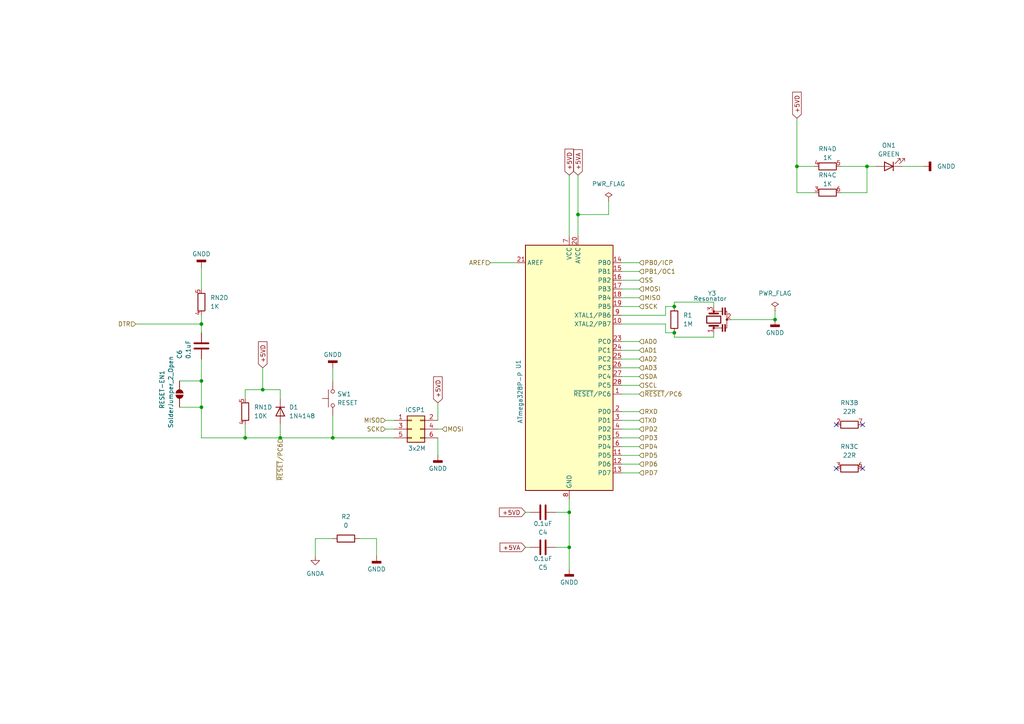
<source format=kicad_sch>
(kicad_sch (version 20250114) (generator "eeschema") (generator_version "9.0")
  (paper "A4")
  (lib_symbols
    (symbol "Connector_Generic:Conn_02x03_Odd_Even" (pin_names (offset 1.016) (hide yes))
      (property "Reference" "J" (at 1.27 5.08 0))
      (property "Value" "Conn_02x03_Odd_Even" (at 1.27 -5.08 0))
      (symbol "Conn_02x03_Odd_Even_1_1"
        (rectangle (start -1.27 3.81) (end 3.81 -3.81) (stroke (width 0.254)) (fill (type background)))
        (rectangle (start -1.27 2.667) (end 0 2.413) (stroke (width 0.1524)))
        (rectangle (start -1.27 0.127) (end 0 -0.127) (stroke (width 0.1524)))
        (rectangle (start -1.27 -2.413) (end 0 -2.667) (stroke (width 0.1524)))
        (rectangle (start 3.81 2.667) (end 2.54 2.413) (stroke (width 0.1524)))
        (rectangle (start 3.81 0.127) (end 2.54 -0.127) (stroke (width 0.1524)))
        (rectangle (start 3.81 -2.413) (end 2.54 -2.667) (stroke (width 0.1524)))
        (pin passive line (at -5.08 2.54 0) (length 3.81) (name "Pin_1") (number "1"))
        (pin passive line (at -5.08 0 0) (length 3.81) (name "Pin_3") (number "3"))
        (pin passive line (at -5.08 -2.54 0) (length 3.81) (name "Pin_5") (number "5"))
        (pin passive line (at 7.62 2.54 180) (length 3.81) (name "Pin_2") (number "2"))
        (pin passive line (at 7.62 0 180) (length 3.81) (name "Pin_4") (number "4"))
        (pin passive line (at 7.62 -2.54 180) (length 3.81) (name "Pin_6") (number "6"))
      )
    )
    (symbol "Device:C" (pin_numbers (hide yes)) (pin_names (offset 0.254))
      (property "Reference" "C" (at 0.635 2.54 0))
      (property "Value" "C" (at 0.635 -2.54 0))
      (symbol "C_0_1"
        (polyline (pts (xy -2.032 0.762) (xy 2.032 0.762)) (stroke (width 0.508)))
        (polyline (pts (xy -2.032 -0.762) (xy 2.032 -0.762)) (stroke (width 0.508)))
      )
      (symbol "C_1_1"
        (pin passive line (at 0 3.81 270) (length 2.794) (name "~") (number "1"))
        (pin passive line (at 0 -3.81 90) (length 2.794) (name "~") (number "2"))
      )
    )
    (symbol "Device:LED" (pin_numbers (hide yes)) (pin_names (offset 1.016) (hide yes))
      (property "Reference" "D" (at 0 2.54 0))
      (property "Value" "LED" (at 0 -2.54 0))
      (symbol "LED_0_1"
        (polyline (pts (xy -3.048 -0.762) (xy -4.572 -2.286) (xy -3.81 -2.286) (xy -4.572 -2.286) (xy -4.572 -1.524)))
        (polyline (pts (xy -1.778 -0.762) (xy -3.302 -2.286) (xy -2.54 -2.286) (xy -3.302 -2.286) (xy -3.302 -1.524)))
        (polyline (pts (xy -1.27 0) (xy 1.27 0)))
        (polyline (pts (xy -1.27 -1.27) (xy -1.27 1.27)) (stroke (width 0.254)))
        (polyline (pts (xy 1.27 -1.27) (xy 1.27 1.27) (xy -1.27 0) (xy 1.27 -1.27)) (stroke (width 0.254)))
      )
      (symbol "LED_1_1"
        (pin passive line (at -3.81 0 0) (length 2.54) (name "K") (number "1"))
        (pin passive line (at 3.81 0 180) (length 2.54) (name "A") (number "2"))
      )
    )
    (symbol "Device:R" (pin_numbers (hide yes)) (pin_names (offset 0))
      (property "Reference" "R" (at 2.032 0 90))
      (property "Value" "R" (at 0 0 90))
      (symbol "R_0_1"
        (rectangle (start -1.016 -2.54) (end 1.016 2.54) (stroke (width 0.254)))
      )
      (symbol "R_1_1"
        (pin passive line (at 0 3.81 270) (length 1.27) (name "~") (number "1"))
        (pin passive line (at 0 -3.81 90) (length 1.27) (name "~") (number "2"))
      )
    )
    (symbol "Device:R_Pack04_Split" (pin_names (offset 0) (hide yes))
      (property "Reference" "RN" (at 2.032 0 90))
      (property "Value" "R_Pack04_Split" (at 0 0 90))
      (symbol "R_Pack04_Split_0_1"
        (rectangle (start 1.016 2.54) (end -1.016 -2.54) (stroke (width 0.254)))
      )
      (symbol "R_Pack04_Split_1_1"
        (pin passive line (at 0 3.81 270) (length 1.27) (name "R1.2") (number "8"))
        (pin passive line (at 0 -3.81 90) (length 1.27) (name "R1.1") (number "1"))
      )
      (symbol "R_Pack04_Split_2_1"
        (pin passive line (at 0 3.81 270) (length 1.27) (name "R2.2") (number "7"))
        (pin passive line (at 0 -3.81 90) (length 1.27) (name "R2.1") (number "2"))
      )
      (symbol "R_Pack04_Split_3_1"
        (pin passive line (at 0 3.81 270) (length 1.27) (name "R3.2") (number "6"))
        (pin passive line (at 0 -3.81 90) (length 1.27) (name "R3.1") (number "3"))
      )
      (symbol "R_Pack04_Split_4_1"
        (pin passive line (at 0 3.81 270) (length 1.27) (name "R4.2") (number "5"))
        (pin passive line (at 0 -3.81 90) (length 1.27) (name "R4.1") (number "4"))
      )
    )
    (symbol "Device:Resonator" (pin_names (offset 1.016) (hide yes))
      (property "Reference" "Y" (at 0 5.715 0))
      (property "Value" "Resonator" (at 0 3.81 0))
      (symbol "Resonator_0_1"
        (rectangle (start -3.429 -2.413) (end -1.397 -2.667) (fill (type outline)))
        (rectangle (start -3.429 -3.175) (end -1.397 -3.429) (fill (type outline)))
        (circle (center -2.413 0) (radius 0.254) (fill (type outline)))
        (polyline (pts (xy -2.413 -2.413) (xy -2.413 0)))
        (polyline (pts (xy -1.905 0) (xy -3.175 0)))
        (polyline (pts (xy -1.778 -1.27) (xy -1.778 1.27)) (stroke (width 0.508)))
        (rectangle (start -1.016 2.032) (end 1.016 -2.032) (stroke (width 0.3048)))
        (circle (center 0 -3.81) (radius 0.254) (fill (type outline)))
        (rectangle (start 1.397 -2.413) (end 3.429 -2.667) (fill (type outline)))
        (rectangle (start 1.397 -3.175) (end 3.429 -3.429) (fill (type outline)))
        (polyline (pts (xy 1.778 -1.27) (xy 1.778 1.27)) (stroke (width 0.508)))
        (polyline (pts (xy 1.905 0) (xy 2.54 0)))
        (polyline (pts (xy 2.413 0) (xy 2.413 -2.54)))
        (circle (center 2.413 0) (radius 0.254) (fill (type outline)))
        (polyline (pts (xy 2.413 -3.302) (xy 2.413 -3.81) (xy -2.413 -3.81) (xy -2.413 -3.302)))
      )
      (symbol "Resonator_1_1"
        (pin passive line (at -3.81 0 0) (length 1.27) (name "1") (number "1"))
        (pin passive line (at 0 -5.08 90) (length 1.27) (name "2") (number "2"))
        (pin passive line (at 3.81 0 180) (length 1.27) (name "3") (number "3"))
      )
    )
    (symbol "Diode:1N4148" (pin_numbers (hide yes)) (pin_names (hide yes))
      (property "Reference" "D" (at 0 2.54 0))
      (property "Value" "1N4148" (at 0 -2.54 0))
      (symbol "1N4148_0_1"
        (polyline (pts (xy -1.27 1.27) (xy -1.27 -1.27)) (stroke (width 0.254)))
        (polyline (pts (xy 1.27 1.27) (xy 1.27 -1.27) (xy -1.27 0) (xy 1.27 1.27)) (stroke (width 0.254)))
        (polyline (pts (xy 1.27 0) (xy -1.27 0)))
      )
      (symbol "1N4148_1_1"
        (pin passive line (at -3.81 0 0) (length 2.54) (name "K") (number "1"))
        (pin passive line (at 3.81 0 180) (length 2.54) (name "A") (number "2"))
      )
    )
    (symbol "Jumper:SolderJumper_2_Open" (pin_numbers (hide yes)) (pin_names (offset 0) (hide yes)) (in_bom no)
      (property "Reference" "JP" (at 0 2.032 0))
      (property "Value" "SolderJumper_2_Open" (at 0 -2.54 0))
      (symbol "SolderJumper_2_Open_0_1"
        (polyline (pts (xy -0.254 1.016) (xy -0.254 -1.016)))
        (arc (start -0.254 -1.016) (mid -1.2656 0) (end -0.254 1.016))
        (arc (start -0.254 -1.016) (mid -1.2656 0) (end -0.254 1.016) (fill (type outline)))
        (arc (start 0.254 1.016) (mid 1.2656 0) (end 0.254 -1.016))
        (arc (start 0.254 1.016) (mid 1.2656 0) (end 0.254 -1.016) (fill (type outline)))
        (polyline (pts (xy 0.254 1.016) (xy 0.254 -1.016)))
      )
      (symbol "SolderJumper_2_Open_1_1"
        (pin passive line (at -3.81 0 0) (length 2.54) (name "A") (number "1"))
        (pin passive line (at 3.81 0 180) (length 2.54) (name "B") (number "2"))
      )
    )
    (symbol "MCU_Microchip_ATmega:ATmega328P-P"
      (property "Reference" "U" (at -12.7 36.83 0))
      (property "Value" "ATmega328P-P" (at 2.54 -36.83 0))
      (symbol "ATmega328P-P_0_1"
        (rectangle (start -12.7 -35.56) (end 12.7 35.56) (stroke (width 0.254)) (fill (type background)))
      )
      (symbol "ATmega328P-P_1_1"
        (pin passive line (at -15.24 30.48 0) (length 2.54) (name "AREF") (number "21"))
        (pin power_in line (at 0 38.1 270) (length 2.54) (name "VCC") (number "7"))
        (pin passive line (at 0 -38.1 90) (length 2.54) (hide yes) (name "GND") (number "22"))
        (pin power_in line (at 0 -38.1 90) (length 2.54) (name "GND") (number "8"))
        (pin power_in line (at 2.54 38.1 270) (length 2.54) (name "AVCC") (number "20"))
        (pin bidirectional line (at 15.24 30.48 180) (length 2.54) (name "PB0") (number "14"))
        (pin bidirectional line (at 15.24 27.94 180) (length 2.54) (name "PB1") (number "15"))
        (pin bidirectional line (at 15.24 25.4 180) (length 2.54) (name "PB2") (number "16"))
        (pin bidirectional line (at 15.24 22.86 180) (length 2.54) (name "PB3") (number "17"))
        (pin bidirectional line (at 15.24 20.32 180) (length 2.54) (name "PB4") (number "18"))
        (pin bidirectional line (at 15.24 17.78 180) (length 2.54) (name "PB5") (number "19"))
        (pin bidirectional line (at 15.24 15.24 180) (length 2.54) (name "XTAL1/PB6") (number "9"))
        (pin bidirectional line (at 15.24 12.7 180) (length 2.54) (name "XTAL2/PB7") (number "10"))
        (pin bidirectional line (at 15.24 7.62 180) (length 2.54) (name "PC0") (number "23"))
        (pin bidirectional line (at 15.24 5.08 180) (length 2.54) (name "PC1") (number "24"))
        (pin bidirectional line (at 15.24 2.54 180) (length 2.54) (name "PC2") (number "25"))
        (pin bidirectional line (at 15.24 0 180) (length 2.54) (name "PC3") (number "26"))
        (pin bidirectional line (at 15.24 -2.54 180) (length 2.54) (name "PC4") (number "27"))
        (pin bidirectional line (at 15.24 -5.08 180) (length 2.54) (name "PC5") (number "28"))
        (pin bidirectional line (at 15.24 -7.62 180) (length 2.54) (name "~{RESET}/PC6") (number "1"))
        (pin bidirectional line (at 15.24 -12.7 180) (length 2.54) (name "PD0") (number "2"))
        (pin bidirectional line (at 15.24 -15.24 180) (length 2.54) (name "PD1") (number "3"))
        (pin bidirectional line (at 15.24 -17.78 180) (length 2.54) (name "PD2") (number "4"))
        (pin bidirectional line (at 15.24 -20.32 180) (length 2.54) (name "PD3") (number "5"))
        (pin bidirectional line (at 15.24 -22.86 180) (length 2.54) (name "PD4") (number "6"))
        (pin bidirectional line (at 15.24 -25.4 180) (length 2.54) (name "PD5") (number "11"))
        (pin bidirectional line (at 15.24 -27.94 180) (length 2.54) (name "PD6") (number "12"))
        (pin bidirectional line (at 15.24 -30.48 180) (length 2.54) (name "PD7") (number "13"))
      )
    )
    (symbol "Switch:SW_Push" (pin_numbers (hide yes)) (pin_names (offset 1.016) (hide yes))
      (property "Reference" "SW" (at 1.27 2.54 0))
      (property "Value" "SW_Push" (at 0 -1.524 0))
      (symbol "SW_Push_0_1"
        (circle (center -2.032 0) (radius 0.508))
        (polyline (pts (xy 0 1.27) (xy 0 3.048)))
        (circle (center 2.032 0) (radius 0.508))
        (polyline (pts (xy 2.54 1.27) (xy -2.54 1.27)))
        (pin passive line (at -5.08 0 0) (length 2.54) (name "1") (number "1"))
        (pin passive line (at 5.08 0 180) (length 2.54) (name "2") (number "2"))
      )
    )
    (symbol "power:GNDA" (power) (pin_numbers (hide yes)) (pin_names (offset 0) (hide yes))
      (property "Value" "GNDA" (at 0 -3.81 0))
      (symbol "GNDA_0_1"
        (polyline (pts (xy 0 0) (xy 0 -1.27) (xy 1.27 -1.27) (xy 0 -2.54) (xy -1.27 -1.27) (xy 0 -1.27)))
      )
      (symbol "GNDA_1_1"
        (pin power_in line (at 0 0 270) (length 0) (name "~") (number "1"))
      )
    )
    (symbol "power:GNDD" (power) (pin_numbers (hide yes)) (pin_names (offset 0) (hide yes))
      (property "Value" "GNDD" (at 0 -3.175 0))
      (symbol "GNDD_0_1"
        (rectangle (start -1.27 -1.524) (end 1.27 -2.032) (stroke (width 0.254)) (fill (type outline)))
        (polyline (pts (xy 0 0) (xy 0 -1.524)))
      )
      (symbol "GNDD_1_1"
        (pin power_in line (at 0 0 270) (length 0) (name "~") (number "1"))
      )
    )
    (symbol "power:PWR_FLAG" (power) (pin_numbers (hide yes)) (pin_names (offset 0) (hide yes))
      (property "Value" "PWR_FLAG" (at 0 3.81 0))
      (symbol "PWR_FLAG_0_0"
        (pin power_out line (at 0 0 90) (length 0) (name "~") (number "1"))
      )
      (symbol "PWR_FLAG_0_1"
        (polyline (pts (xy 0 0) (xy 0 1.27) (xy -1.016 1.905) (xy 0 2.54) (xy 1.016 1.905) (xy 0 1.27)))
      )
    )
  )
  (junction (at 195.58 88.9))
  (junction (at 224.79 92.71))
  (junction (at 165.1 158.75))
  (junction (at 195.58 96.52))
  (junction (at 58.42 93.98))
  (junction (at 58.42 110.49))
  (junction (at 251.46 48.26))
  (junction (at 96.52 127))
  (junction (at 76.2 113.03))
  (junction (at 231.14 48.26))
  (junction (at 81.28 127))
  (junction (at 71.12 127))
  (junction (at 167.64 62.23))
  (junction (at 58.42 118.11))
  (junction (at 165.1 148.59))
  (no_connect (at 242.57 123.19))
  (no_connect (at 242.57 135.89))
  (no_connect (at 250.19 123.19))
  (no_connect (at 250.19 135.89))
  (wire (pts (xy 71.12 113.03) (xy 71.12 115.57)))
  (wire (pts (xy 185.42 129.54) (xy 180.34 129.54)))
  (wire (pts (xy 180.34 88.9) (xy 185.42 88.9)))
  (wire (pts (xy 224.79 90.17) (xy 224.79 92.71)))
  (wire (pts (xy 251.46 55.88) (xy 243.84 55.88)))
  (wire (pts (xy 243.84 48.26) (xy 251.46 48.26)))
  (wire (pts (xy 161.29 148.59) (xy 165.1 148.59)))
  (wire (pts (xy 71.12 127) (xy 81.28 127)))
  (wire (pts (xy 185.42 114.3) (xy 180.34 114.3)))
  (wire (pts (xy 185.42 99.06) (xy 180.34 99.06)))
  (wire (pts (xy 96.52 120.65) (xy 96.52 127)))
  (wire (pts (xy 185.42 119.38) (xy 180.34 119.38)))
  (wire (pts (xy 176.53 58.42) (xy 176.53 62.23)))
  (wire (pts (xy 180.34 86.36) (xy 185.42 86.36)))
  (wire (pts (xy 251.46 48.26) (xy 254 48.26)))
  (wire (pts (xy 165.1 148.59) (xy 165.1 158.75)))
  (wire (pts (xy 193.04 88.9) (xy 195.58 88.9)))
  (wire (pts (xy 195.58 96.52) (xy 195.58 97.79)))
  (wire (pts (xy 236.22 48.26) (xy 231.14 48.26)))
  (wire (pts (xy 167.64 50.8) (xy 167.64 62.23)))
  (wire (pts (xy 76.2 113.03) (xy 81.28 113.03)))
  (wire (pts (xy 180.34 93.98) (xy 193.04 93.98)))
  (wire (pts (xy 58.42 91.44) (xy 58.42 93.98)))
  (wire (pts (xy 193.04 91.44) (xy 193.04 88.9)))
  (wire (pts (xy 39.37 93.98) (xy 58.42 93.98)))
  (wire (pts (xy 212.09 92.71) (xy 224.79 92.71)))
  (wire (pts (xy 176.53 62.23) (xy 167.64 62.23)))
  (wire (pts (xy 58.42 93.98) (xy 58.42 96.52)))
  (wire (pts (xy 52.07 118.11) (xy 58.42 118.11)))
  (wire (pts (xy 185.42 137.16) (xy 180.34 137.16)))
  (wire (pts (xy 195.58 97.79) (xy 207.01 97.79)))
  (wire (pts (xy 165.1 158.75) (xy 165.1 165.1)))
  (wire (pts (xy 185.42 111.76) (xy 180.34 111.76)))
  (wire (pts (xy 231.14 55.88) (xy 231.14 48.26)))
  (wire (pts (xy 180.34 91.44) (xy 193.04 91.44)))
  (wire (pts (xy 52.07 110.49) (xy 58.42 110.49)))
  (wire (pts (xy 58.42 127) (xy 71.12 127)))
  (wire (pts (xy 185.42 76.2) (xy 180.34 76.2)))
  (wire (pts (xy 195.58 87.63) (xy 207.01 87.63)))
  (wire (pts (xy 81.28 113.03) (xy 81.28 115.57)))
  (wire (pts (xy 185.42 124.46) (xy 180.34 124.46)))
  (wire (pts (xy 96.52 156.21) (xy 91.44 156.21)))
  (wire (pts (xy 207.01 87.63) (xy 207.01 88.9)))
  (wire (pts (xy 152.4 148.59) (xy 153.67 148.59)))
  (wire (pts (xy 185.42 104.14) (xy 180.34 104.14)))
  (wire (pts (xy 111.76 121.92) (xy 114.3 121.92)))
  (wire (pts (xy 165.1 144.78) (xy 165.1 148.59)))
  (wire (pts (xy 58.42 118.11) (xy 58.42 127)))
  (wire (pts (xy 152.4 158.75) (xy 153.67 158.75)))
  (wire (pts (xy 161.29 158.75) (xy 165.1 158.75)))
  (wire (pts (xy 127 124.46) (xy 128.27 124.46)))
  (wire (pts (xy 71.12 113.03) (xy 76.2 113.03)))
  (wire (pts (xy 81.28 123.19) (xy 81.28 127)))
  (wire (pts (xy 104.14 156.21) (xy 109.22 156.21)))
  (wire (pts (xy 58.42 110.49) (xy 58.42 118.11)))
  (wire (pts (xy 207.01 96.52) (xy 207.01 97.79)))
  (wire (pts (xy 231.14 34.29) (xy 231.14 48.26)))
  (wire (pts (xy 96.52 106.68) (xy 96.52 110.49)))
  (wire (pts (xy 185.42 134.62) (xy 180.34 134.62)))
  (wire (pts (xy 96.52 127) (xy 114.3 127)))
  (wire (pts (xy 127 127) (xy 127 132.08)))
  (wire (pts (xy 180.34 83.82) (xy 185.42 83.82)))
  (wire (pts (xy 71.12 123.19) (xy 71.12 127)))
  (wire (pts (xy 193.04 96.52) (xy 195.58 96.52)))
  (wire (pts (xy 167.64 62.23) (xy 167.64 68.58)))
  (wire (pts (xy 251.46 48.26) (xy 251.46 55.88)))
  (wire (pts (xy 236.22 55.88) (xy 231.14 55.88)))
  (wire (pts (xy 193.04 93.98) (xy 193.04 96.52)))
  (wire (pts (xy 261.62 48.26) (xy 267.97 48.26)))
  (wire (pts (xy 185.42 121.92) (xy 180.34 121.92)))
  (wire (pts (xy 111.76 124.46) (xy 114.3 124.46)))
  (wire (pts (xy 185.42 109.22) (xy 180.34 109.22)))
  (wire (pts (xy 142.24 76.2) (xy 149.86 76.2)))
  (wire (pts (xy 185.42 106.68) (xy 180.34 106.68)))
  (wire (pts (xy 165.1 50.8) (xy 165.1 68.58)))
  (wire (pts (xy 91.44 156.21) (xy 91.44 161.29)))
  (wire (pts (xy 58.42 77.47) (xy 58.42 83.82)))
  (wire (pts (xy 76.2 106.68) (xy 76.2 113.03)))
  (wire (pts (xy 185.42 81.28) (xy 180.34 81.28)))
  (wire (pts (xy 127 116.84) (xy 127 121.92)))
  (wire (pts (xy 58.42 104.14) (xy 58.42 110.49)))
  (wire (pts (xy 185.42 127) (xy 180.34 127)))
  (wire (pts (xy 109.22 156.21) (xy 109.22 161.29)))
  (wire (pts (xy 81.28 127) (xy 96.52 127)))
  (wire (pts (xy 195.58 88.9) (xy 195.58 87.63)))
  (wire (pts (xy 185.42 78.74) (xy 180.34 78.74)))
  (wire (pts (xy 185.42 101.6) (xy 180.34 101.6)))
  (wire (pts (xy 185.42 132.08) (xy 180.34 132.08)))
  (global_label "+5VA" (shape input) (at 167.64 50.8 90) (property "Intersheetrefs" "${INTERSHEET_REFS}" (effects (hide yes))))
  (global_label "+5VD" (shape input) (at 127 116.84 90) (property "Intersheetrefs" "${INTERSHEET_REFS}" (effects (hide yes))))
  (global_label "+5VD" (shape input) (at 76.2 106.68 90) (property "Intersheetrefs" "${INTERSHEET_REFS}" (effects (hide yes))))
  (global_label "+5VD" (shape input) (at 152.4 148.59 180) (property "Intersheetrefs" "${INTERSHEET_REFS}" (effects (hide yes))))
  (global_label "+5VD" (shape input) (at 165.1 50.8 90) (property "Intersheetrefs" "${INTERSHEET_REFS}" (effects (hide yes))))
  (global_label "+5VA" (shape input) (at 152.4 158.75 180) (property "Intersheetrefs" "${INTERSHEET_REFS}" (effects (hide yes))))
  (global_label "+5VD" (shape input) (at 231.14 34.29 90) (property "Intersheetrefs" "${INTERSHEET_REFS}" (effects (hide yes))))
  (hierarchical_label "MISO" (shape input) (at 185.42 86.36 0))
  (hierarchical_label "PD6" (shape input) (at 185.42 134.62 0))
  (hierarchical_label "~{RESET}/PC6" (shape input) (at 185.42 114.3 0))
  (hierarchical_label "MOSI" (shape input) (at 185.42 83.82 0))
  (hierarchical_label "AD0" (shape input) (at 185.42 99.06 0))
  (hierarchical_label "PD5" (shape input) (at 185.42 132.08 0))
  (hierarchical_label "AREF" (shape input) (at 142.24 76.2 180))
  (hierarchical_label "SCL" (shape input) (at 185.42 111.76 0))
  (hierarchical_label "SCK" (shape input) (at 111.76 124.46 180))
  (hierarchical_label "SCK" (shape input) (at 185.42 88.9 0))
  (hierarchical_label "AD3" (shape input) (at 185.42 106.68 0))
  (hierarchical_label "RXD" (shape input) (at 185.42 119.38 0))
  (hierarchical_label "AD1" (shape input) (at 185.42 101.6 0))
  (hierarchical_label "MOSI" (shape input) (at 128.27 124.46 0))
  (hierarchical_label "AD2" (shape input) (at 185.42 104.14 0))
  (hierarchical_label "SS" (shape input) (at 185.42 81.28 0))
  (hierarchical_label "PD7" (shape input) (at 185.42 137.16 0))
  (hierarchical_label "PD4" (shape input) (at 185.42 129.54 0))
  (hierarchical_label "PB0{slash}ICP" (shape input) (at 185.42 76.2 0))
  (hierarchical_label "MISO" (shape input) (at 111.76 121.92 180))
  (hierarchical_label "PD3" (shape input) (at 185.42 127 0))
  (hierarchical_label "SDA" (shape input) (at 185.42 109.22 0))
  (hierarchical_label "DTR" (shape input) (at 39.37 93.98 180))
  (hierarchical_label "PB1{slash}OC1" (shape input) (at 185.42 78.74 0))
  (hierarchical_label "PD2" (shape input) (at 185.42 124.46 0))
  (hierarchical_label "TXD" (shape input) (at 185.42 121.92 0))
  (hierarchical_label "~{RESET}/PC6" (shape input) (at 81.28 127 270))
  (symbol (lib_id "power:PWR_FLAG") (at 224.79 90.17 0) (unit 1)
    (property "Reference" "#FLG03" (effects (hide yes)))
    (property "Value" "PWR_FLAG" (at 224.79 85.09 0))
    (property "Description" "Special symbol for telling ERC where power comes from" (effects (hide yes)))
  )
  (symbol (lib_id "MCU_Microchip_ATmega:ATmega328P-P") (at 165.1 106.68 0) (unit 1)
    (property "Reference" "U1" (at 150.368 105.664 90))
    (property "Value" "ATmega328P-P" (at 150.876 115.316 90))
    (property "Footprint" "Package_QFP:TQFP-32_5x5mm_P0.5mm" (effects (hide yes)))
    (property "Datasheet" "http://ww1.microchip.com/downloads/en/DeviceDoc/ATmega328_P%20AVR%20MCU%20with%20picoPower%20Technology%20Data%20Sheet%2040001984A.pdf" (effects (hide yes)))
    (property "Description" "20MHz, 32kB Flash, 2kB SRAM, 1kB EEPROM, DIP-28" (effects (hide yes)))
  )
  (symbol (lib_id "Device:LED") (at 257.81 48.26 180) (unit 1)
    (property "Reference" "ON1" (at 257.81 42.164 0))
    (property "Value" "GREEN" (at 257.81 44.704 0))
    (property "Footprint" "LED_SMD:LED_0603_1608Metric" (effects (hide yes)))
    (property "Description" "Light emitting diode" (effects (hide yes)))
    (property "Sim.Pins" "1=K 2=A" (effects (hide yes)))
  )
  (symbol (lib_id "power:GNDD") (at 267.97 48.26 90) (unit 1)
    (property "Reference" "#PWR09" (effects (hide yes)))
    (property "Value" "GNDD" (at 271.78 48.2599 90) (effects (justify right)))
    (property "Description" "Power symbol creates a global label with name \"GNDD\" , digital ground" (effects (hide yes)))
  )
  (symbol (lib_id "power:GNDA") (at 91.44 161.29 0) (unit 1)
    (property "Reference" "#PWR07" (effects (hide yes)))
    (property "Value" "GNDA" (at 91.44 166.37 0))
    (property "Description" "Power symbol creates a global label with name \"GNDA\" , analog ground" (effects (hide yes)))
  )
  (symbol (lib_id "power:PWR_FLAG") (at 176.53 58.42 0) (unit 1)
    (property "Reference" "#FLG02" (effects (hide yes)))
    (property "Value" "PWR_FLAG" (at 176.53 53.34 0))
    (property "Description" "Special symbol for telling ERC where power comes from" (effects (hide yes)))
  )
  (symbol (lib_id "Device:R_Pack04_Split") (at 246.38 123.19 270) (unit 2)
    (property "Reference" "RN3" (at 246.38 116.84 90))
    (property "Value" "22R" (at 246.38 119.38 90))
    (property "Footprint" "Resistor_SMD:R_Array_Concave_4x0603" (effects (hide yes)))
    (property "Description" "4 resistor network, parallel topology, split" (effects (hide yes)))
  )
  (symbol (lib_id "Device:R") (at 100.33 156.21 90) (unit 1)
    (property "Reference" "R2" (at 100.33 149.86 90))
    (property "Value" "0" (at 100.33 152.4 90))
    (property "Footprint" "Resistor_SMD:R_0603_1608Metric" (effects (hide yes)))
    (property "Description" "Resistor" (effects (hide yes)))
  )
  (symbol (lib_id "Device:R_Pack04_Split") (at 58.42 87.63 0) (unit 4)
    (property "Reference" "RN2" (at 60.96 86.3599 0) (effects (justify left)))
    (property "Value" "1K" (at 60.96 88.8999 0) (effects (justify left)))
    (property "Footprint" "Resistor_SMD:R_Array_Concave_4x0603" (effects (hide yes)))
    (property "Description" "4 resistor network, parallel topology, split" (effects (hide yes)))
  )
  (symbol (lib_id "power:GNDD") (at 165.1 165.1 0) (unit 1)
    (property "Reference" "#PWR02" (effects (hide yes)))
    (property "Value" "GNDD" (at 165.1 168.91 0))
    (property "Description" "Power symbol creates a global label with name \"GNDD\" , digital ground" (effects (hide yes)))
  )
  (symbol (lib_id "Diode:1N4148") (at 81.28 119.38 270) (unit 1)
    (property "Reference" "D1" (at 83.82 118.1099 90) (effects (justify left)))
    (property "Value" "1N4148" (at 83.82 120.6499 90) (effects (justify left)))
    (property "Footprint" "Diode_SMD:D_SOD-123" (effects (hide yes)))
    (property "Datasheet" "https://assets.nexperia.com/documents/data-sheet/1N4148_1N4448.pdf" (effects (hide yes)))
    (property "Description" "100V 0.15A standard switching diode, DO-35" (effects (hide yes)))
    (property "Sim.Device" "D" (effects (hide yes)))
    (property "Sim.Pins" "1=K 2=A" (effects (hide yes)))
  )
  (symbol (lib_id "Device:C") (at 157.48 148.59 270) (unit 1)
    (property "Reference" "C4" (at 157.48 154.432 90))
    (property "Value" "0.1uF" (at 157.48 151.892 90))
    (property "Footprint" "Capacitor_SMD:C_0603_1608Metric" (effects (hide yes)))
    (property "Description" "Unpolarized capacitor" (effects (hide yes)))
  )
  (symbol (lib_id "Device:C") (at 157.48 158.75 270) (unit 1)
    (property "Reference" "C5" (at 157.48 164.592 90))
    (property "Value" "0.1uF" (at 157.48 162.052 90))
    (property "Footprint" "Capacitor_SMD:C_0603_1608Metric" (effects (hide yes)))
    (property "Description" "Unpolarized capacitor" (effects (hide yes)))
  )
  (symbol (lib_id "power:GNDD") (at 224.79 92.71 0) (unit 1)
    (property "Reference" "#PWR01" (effects (hide yes)))
    (property "Value" "GNDD" (at 224.79 96.52 0))
    (property "Description" "Power symbol creates a global label with name \"GNDD\" , digital ground" (effects (hide yes)))
  )
  (symbol (lib_id "Device:Resonator") (at 207.01 92.71 90) (unit 1)
    (property "Reference" "Y3" (at 207.772 85.09 90) (effects (justify left)))
    (property "Value" "Resonator" (at 210.82 86.614 90) (effects (justify left)))
    (property "Footprint" "Crystal:Resonator_SMD_Murata_CSTxExxV-3Pin_3.0x1.1mm" (effects (hide yes)))
    (property "Description" "Three pin ceramic resonator" (effects (hide yes)))
  )
  (symbol (lib_id "Device:R") (at 195.58 92.71 0) (unit 1)
    (property "Reference" "R1" (at 198.12 91.4399 0) (effects (justify left)))
    (property "Value" "1M" (at 198.12 93.9799 0) (effects (justify left)))
    (property "Footprint" "Resistor_SMD:R_0603_1608Metric" (effects (hide yes)))
    (property "Description" "Resistor" (effects (hide yes)))
  )
  (symbol (lib_id "Switch:SW_Push") (at 96.52 115.57 90) (unit 1)
    (property "Reference" "SW1" (at 97.79 114.2999 90) (effects (justify right)))
    (property "Value" "RESET" (at 97.79 116.8399 90) (effects (justify right)))
    (property "Footprint" "Button_Switch_SMD:SW_SPST_B3U-1000P" (effects (hide yes)))
    (property "Description" "Push button switch, generic, two pins" (effects (hide yes)))
  )
  (symbol (lib_id "power:GNDD") (at 109.22 161.29 0) (unit 1)
    (property "Reference" "#PWR08" (effects (hide yes)))
    (property "Value" "GNDD" (at 109.22 165.1 0))
    (property "Description" "Power symbol creates a global label with name \"GNDD\" , digital ground" (effects (hide yes)))
  )
  (symbol (lib_id "Jumper:SolderJumper_2_Open") (at 52.07 114.3 90) (unit 1) (in_bom no)
    (property "Reference" "RESET-EN1" (at 46.99 118.618 0) (effects (justify left)))
    (property "Value" "SolderJumper_2_Open" (at 49.53 124.206 0) (effects (justify left)))
    (property "Footprint" "Jumper:SolderJumper-2_P1.3mm_Open_Pad1.0x1.5mm" (effects (hide yes)))
    (property "Description" "Solder Jumper, 2-pole, open" (effects (hide yes)))
  )
  (symbol (lib_id "power:GNDD") (at 96.52 106.68 180) (unit 1)
    (property "Reference" "#PWR05" (effects (hide yes)))
    (property "Value" "GNDD" (at 96.52 102.87 0))
    (property "Description" "Power symbol creates a global label with name \"GNDD\" , digital ground" (effects (hide yes)))
  )
  (symbol (lib_id "Device:C") (at 58.42 100.33 0) (unit 1)
    (property "Reference" "C6" (at 52.07 104.14 90) (effects (justify left)))
    (property "Value" "0.1uF" (at 54.61 104.14 90) (effects (justify left)))
    (property "Footprint" "Capacitor_SMD:C_0603_1608Metric" (effects (hide yes)))
    (property "Description" "Unpolarized capacitor" (effects (hide yes)))
  )
  (symbol (lib_id "Connector_Generic:Conn_02x03_Odd_Even") (at 119.38 124.46 0) (unit 1)
    (property "Reference" "ICSP1" (at 120.396 118.872 0))
    (property "Value" "3x2M" (at 120.904 130.048 0))
    (property "Footprint" "Connector_PinHeader_2.54mm:PinHeader_2x03_P2.54mm_Vertical" (effects (hide yes)))
    (property "Description" "Generic connector, double row, 02x03, odd/even pin numbering scheme (row 1 odd numbers, row 2 even numbers), script generated (kicad-library-utils/schlib/autogen/connector/)" (effects (hide yes)))
  )
  (symbol (lib_id "Device:R_Pack04_Split") (at 71.12 119.38 0) (unit 4)
    (property "Reference" "RN1" (at 73.66 118.1099 0) (effects (justify left)))
    (property "Value" "10K" (at 73.66 120.6499 0) (effects (justify left)))
    (property "Footprint" "Resistor_SMD:R_Array_Concave_4x0603" (effects (hide yes)))
    (property "Description" "4 resistor network, parallel topology, split" (effects (hide yes)))
  )
  (symbol (lib_id "power:GNDD") (at 127 132.08 0) (unit 1)
    (property "Reference" "#PWR04" (effects (hide yes)))
    (property "Value" "GNDD" (at 127 135.89 0))
    (property "Description" "Power symbol creates a global label with name \"GNDD\" , digital ground" (effects (hide yes)))
  )
  (symbol (lib_id "Device:R_Pack04_Split") (at 240.03 48.26 270) (unit 4)
    (property "Reference" "RN4" (at 240.03 43.18 90))
    (property "Value" "1K" (at 240.03 45.72 90))
    (property "Footprint" "Resistor_SMD:R_Array_Concave_4x0603" (effects (hide yes)))
    (property "Description" "4 resistor network, parallel topology, split" (effects (hide yes)))
  )
  (symbol (lib_id "Device:R_Pack04_Split") (at 246.38 135.89 270) (unit 3)
    (property "Reference" "RN3" (at 246.38 129.54 90))
    (property "Value" "22R" (at 246.38 132.08 90))
    (property "Footprint" "Resistor_SMD:R_Array_Concave_4x0603" (effects (hide yes)))
    (property "Description" "4 resistor network, parallel topology, split" (effects (hide yes)))
  )
  (symbol (lib_id "power:GNDD") (at 58.42 77.47 180) (unit 1)
    (property "Reference" "#PWR06" (effects (hide yes)))
    (property "Value" "GNDD" (at 58.42 73.66 0))
    (property "Description" "Power symbol creates a global label with name \"GNDD\" , digital ground" (effects (hide yes)))
  )
  (symbol (lib_id "Device:R_Pack04_Split") (at 240.03 55.88 270) (unit 3)
    (property "Reference" "RN4" (at 240.03 50.8 90))
    (property "Value" "1K" (at 240.03 53.34 90))
    (property "Footprint" "Resistor_SMD:R_Array_Concave_4x0603" (effects (hide yes)))
    (property "Description" "4 resistor network, parallel topology, split" (effects (hide yes)))
  )
)
</source>
